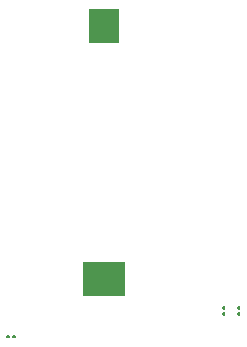
<source format=gbr>
%TF.GenerationSoftware,Altium Limited,Altium Designer Develop,26.0.0 (27)*%
G04 Layer_Color=128*
%FSLAX45Y45*%
%MOMM*%
%TF.SameCoordinates,D5E2BA32-6F81-40A5-AA13-F30F529DFF44*%
%TF.FilePolarity,Positive*%
%TF.FileFunction,Paste,Bot*%
%TF.Part,Single*%
G01*
G75*
%TA.AperFunction,SMDPad,CuDef*%
G04:AMPARAMS|DCode=35|XSize=0.254mm|YSize=0.3556mm|CornerRadius=0.0635mm|HoleSize=0mm|Usage=FLASHONLY|Rotation=270.000|XOffset=0mm|YOffset=0mm|HoleType=Round|Shape=RoundedRectangle|*
%AMROUNDEDRECTD35*
21,1,0.25400,0.22860,0,0,270.0*
21,1,0.12700,0.35560,0,0,270.0*
1,1,0.12700,-0.11430,-0.06350*
1,1,0.12700,-0.11430,0.06350*
1,1,0.12700,0.11430,0.06350*
1,1,0.12700,0.11430,-0.06350*
%
%ADD35ROUNDEDRECTD35*%
G04:AMPARAMS|DCode=39|XSize=0.254mm|YSize=0.3556mm|CornerRadius=0.0635mm|HoleSize=0mm|Usage=FLASHONLY|Rotation=180.000|XOffset=0mm|YOffset=0mm|HoleType=Round|Shape=RoundedRectangle|*
%AMROUNDEDRECTD39*
21,1,0.25400,0.22860,0,0,180.0*
21,1,0.12700,0.35560,0,0,180.0*
1,1,0.12700,-0.06350,0.11430*
1,1,0.12700,0.06350,0.11430*
1,1,0.12700,0.06350,-0.11430*
1,1,0.12700,-0.06350,-0.11430*
%
%ADD39ROUNDEDRECTD39*%
%ADD61R,2.60000X3.00000*%
%ADD62R,3.60000X3.00000*%
D35*
X1727200Y558800D02*
D03*
X1778000D02*
D03*
D39*
X3683000Y800100D02*
D03*
Y749300D02*
D03*
X3556000Y800100D02*
D03*
Y749300D02*
D03*
D61*
X2540000Y3186800D02*
D03*
D62*
Y1046800D02*
D03*
%TF.MD5,2e2beceb711885f49c80b41ff360def7*%
M02*

</source>
